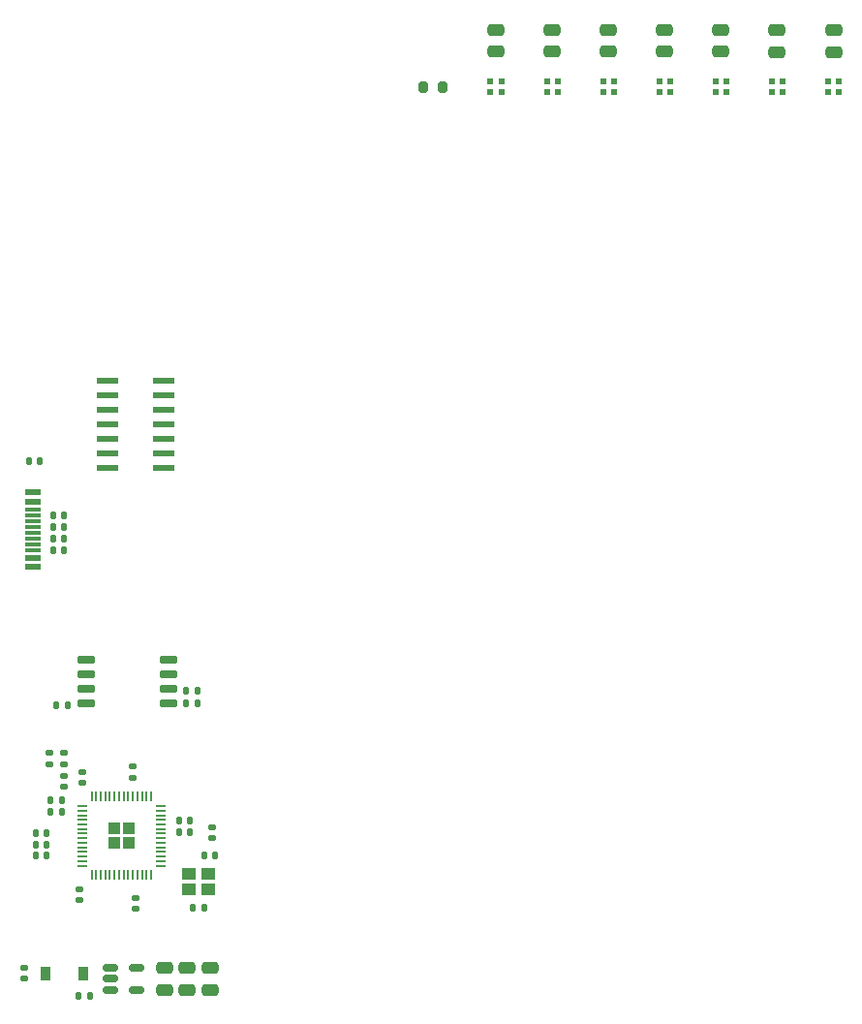
<source format=gtp>
G04 #@! TF.GenerationSoftware,KiCad,Pcbnew,(6.0.4)*
G04 #@! TF.CreationDate,2022-06-01T02:41:54-07:00*
G04 #@! TF.ProjectId,ditto,64697474-6f2e-46b6-9963-61645f706362,rev?*
G04 #@! TF.SameCoordinates,Original*
G04 #@! TF.FileFunction,Paste,Top*
G04 #@! TF.FilePolarity,Positive*
%FSLAX46Y46*%
G04 Gerber Fmt 4.6, Leading zero omitted, Abs format (unit mm)*
G04 Created by KiCad (PCBNEW (6.0.4)) date 2022-06-01 02:41:54*
%MOMM*%
%LPD*%
G01*
G04 APERTURE LIST*
G04 Aperture macros list*
%AMRoundRect*
0 Rectangle with rounded corners*
0 $1 Rounding radius*
0 $2 $3 $4 $5 $6 $7 $8 $9 X,Y pos of 4 corners*
0 Add a 4 corners polygon primitive as box body*
4,1,4,$2,$3,$4,$5,$6,$7,$8,$9,$2,$3,0*
0 Add four circle primitives for the rounded corners*
1,1,$1+$1,$2,$3*
1,1,$1+$1,$4,$5*
1,1,$1+$1,$6,$7*
1,1,$1+$1,$8,$9*
0 Add four rect primitives between the rounded corners*
20,1,$1+$1,$2,$3,$4,$5,0*
20,1,$1+$1,$4,$5,$6,$7,0*
20,1,$1+$1,$6,$7,$8,$9,0*
20,1,$1+$1,$8,$9,$2,$3,0*%
G04 Aperture macros list end*
%ADD10R,1.981200X0.558800*%
%ADD11R,0.900000X1.200000*%
%ADD12RoundRect,0.140000X-0.170000X0.140000X-0.170000X-0.140000X0.170000X-0.140000X0.170000X0.140000X0*%
%ADD13RoundRect,0.140000X0.140000X0.170000X-0.140000X0.170000X-0.140000X-0.170000X0.140000X-0.170000X0*%
%ADD14RoundRect,0.250000X-0.475000X0.250000X-0.475000X-0.250000X0.475000X-0.250000X0.475000X0.250000X0*%
%ADD15RoundRect,0.140000X-0.140000X-0.170000X0.140000X-0.170000X0.140000X0.170000X-0.140000X0.170000X0*%
%ADD16R,0.550000X0.550000*%
%ADD17RoundRect,0.250000X0.475000X-0.250000X0.475000X0.250000X-0.475000X0.250000X-0.475000X-0.250000X0*%
%ADD18RoundRect,0.250000X0.292217X-0.292217X0.292217X0.292217X-0.292217X0.292217X-0.292217X-0.292217X0*%
%ADD19RoundRect,0.050000X0.050000X-0.387500X0.050000X0.387500X-0.050000X0.387500X-0.050000X-0.387500X0*%
%ADD20RoundRect,0.050000X0.387500X-0.050000X0.387500X0.050000X-0.387500X0.050000X-0.387500X-0.050000X0*%
%ADD21RoundRect,0.150000X0.650000X0.150000X-0.650000X0.150000X-0.650000X-0.150000X0.650000X-0.150000X0*%
%ADD22RoundRect,0.140000X0.170000X-0.140000X0.170000X0.140000X-0.170000X0.140000X-0.170000X-0.140000X0*%
%ADD23R,1.150000X1.000000*%
%ADD24RoundRect,0.200000X0.200000X0.275000X-0.200000X0.275000X-0.200000X-0.275000X0.200000X-0.275000X0*%
%ADD25RoundRect,0.150000X-0.512500X-0.150000X0.512500X-0.150000X0.512500X0.150000X-0.512500X0.150000X0*%
%ADD26R,1.450000X0.600000*%
%ADD27R,1.450000X0.300000*%
G04 APERTURE END LIST*
D10*
X120963800Y-159310000D03*
X120963800Y-158040000D03*
X120963800Y-156770000D03*
X120963800Y-155500000D03*
X120963800Y-154230000D03*
X120963800Y-152960000D03*
X120963800Y-151690000D03*
X116036200Y-151690000D03*
X116036200Y-152960000D03*
X116036200Y-154230000D03*
X116036200Y-155500000D03*
X116036200Y-156770000D03*
X116036200Y-158040000D03*
X116036200Y-159310000D03*
D11*
X113900000Y-203500000D03*
X110600000Y-203500000D03*
D12*
X113550000Y-196157500D03*
X113550000Y-197117500D03*
D13*
X112030000Y-188400000D03*
X111070000Y-188400000D03*
X114480000Y-205500000D03*
X113520000Y-205500000D03*
D12*
X112250000Y-186270000D03*
X112250000Y-187230000D03*
D14*
X159833332Y-121050000D03*
X159833332Y-122950000D03*
X125000000Y-203050000D03*
X125000000Y-204950000D03*
D15*
X123520000Y-197750000D03*
X124480000Y-197750000D03*
D16*
X164274998Y-126475000D03*
X165224998Y-126475000D03*
X165224998Y-125525000D03*
X164274998Y-125525000D03*
X179025000Y-126475000D03*
X179975000Y-126475000D03*
X179975000Y-125525000D03*
X179025000Y-125525000D03*
D17*
X121000000Y-204950000D03*
X121000000Y-203050000D03*
D12*
X108750000Y-203020000D03*
X108750000Y-203980000D03*
X112250000Y-184270000D03*
X112250000Y-185230000D03*
D16*
X159358332Y-126475000D03*
X160308332Y-126475000D03*
X160308332Y-125525000D03*
X159358332Y-125525000D03*
D18*
X116612500Y-190862500D03*
X116612500Y-192137500D03*
X117887500Y-190862500D03*
X117887500Y-192137500D03*
D19*
X114650000Y-194937500D03*
X115050000Y-194937500D03*
X115450000Y-194937500D03*
X115850000Y-194937500D03*
X116250000Y-194937500D03*
X116650000Y-194937500D03*
X117050000Y-194937500D03*
X117450000Y-194937500D03*
X117850000Y-194937500D03*
X118250000Y-194937500D03*
X118650000Y-194937500D03*
X119050000Y-194937500D03*
X119450000Y-194937500D03*
X119850000Y-194937500D03*
D20*
X120687500Y-194100000D03*
X120687500Y-193700000D03*
X120687500Y-193300000D03*
X120687500Y-192900000D03*
X120687500Y-192500000D03*
X120687500Y-192100000D03*
X120687500Y-191700000D03*
X120687500Y-191300000D03*
X120687500Y-190900000D03*
X120687500Y-190500000D03*
X120687500Y-190100000D03*
X120687500Y-189700000D03*
X120687500Y-189300000D03*
X120687500Y-188900000D03*
D19*
X119850000Y-188062500D03*
X119450000Y-188062500D03*
X119050000Y-188062500D03*
X118650000Y-188062500D03*
X118250000Y-188062500D03*
X117850000Y-188062500D03*
X117450000Y-188062500D03*
X117050000Y-188062500D03*
X116650000Y-188062500D03*
X116250000Y-188062500D03*
X115850000Y-188062500D03*
X115450000Y-188062500D03*
X115050000Y-188062500D03*
X114650000Y-188062500D03*
D20*
X113812500Y-188900000D03*
X113812500Y-189300000D03*
X113812500Y-189700000D03*
X113812500Y-190100000D03*
X113812500Y-190500000D03*
X113812500Y-190900000D03*
X113812500Y-191300000D03*
X113812500Y-191700000D03*
X113812500Y-192100000D03*
X113812500Y-192500000D03*
X113812500Y-192900000D03*
X113812500Y-193300000D03*
X113812500Y-193700000D03*
X113812500Y-194100000D03*
D15*
X111260000Y-164550000D03*
X112220000Y-164550000D03*
D16*
X169191664Y-126475000D03*
X170141664Y-126475000D03*
X170141664Y-125525000D03*
X169191664Y-125525000D03*
D15*
X124520000Y-193250000D03*
X125480000Y-193250000D03*
D16*
X174108330Y-126475000D03*
X175058330Y-126475000D03*
X175058330Y-125525000D03*
X174108330Y-125525000D03*
D13*
X110730000Y-191237500D03*
X109770000Y-191237500D03*
D15*
X122310000Y-191200000D03*
X123270000Y-191200000D03*
D12*
X118480000Y-196940000D03*
X118480000Y-197900000D03*
D15*
X122940000Y-178850000D03*
X123900000Y-178850000D03*
D21*
X121350000Y-179905000D03*
X121350000Y-178635000D03*
X121350000Y-177365000D03*
X121350000Y-176095000D03*
X114150000Y-176095000D03*
X114150000Y-177365000D03*
X114150000Y-178635000D03*
X114150000Y-179905000D03*
D13*
X123900000Y-179910000D03*
X122940000Y-179910000D03*
D22*
X111000000Y-185230000D03*
X111000000Y-184270000D03*
D16*
X149525000Y-126475000D03*
X150475000Y-126475000D03*
X150475000Y-125525000D03*
X149525000Y-125525000D03*
D13*
X112220000Y-166550000D03*
X111260000Y-166550000D03*
D22*
X113850000Y-186880000D03*
X113850000Y-185920000D03*
D12*
X125200000Y-190720000D03*
X125200000Y-191680000D03*
D23*
X124875000Y-194800000D03*
X123125000Y-194800000D03*
X123125000Y-196200000D03*
X124875000Y-196200000D03*
D14*
X123000000Y-203050000D03*
X123000000Y-204950000D03*
X164750000Y-121050000D03*
X164750000Y-122950000D03*
D16*
X154441666Y-126475000D03*
X155391666Y-126475000D03*
X155391666Y-125525000D03*
X154441666Y-125525000D03*
D24*
X145325000Y-126100000D03*
X143675000Y-126100000D03*
D22*
X118270000Y-186417500D03*
X118270000Y-185457500D03*
D14*
X150000000Y-121050000D03*
X150000000Y-122950000D03*
D13*
X112220000Y-163450000D03*
X111260000Y-163450000D03*
X110730000Y-192237500D03*
X109770000Y-192237500D03*
X112030000Y-189437500D03*
X111070000Y-189437500D03*
D14*
X179500000Y-121100000D03*
X179500000Y-123000000D03*
D13*
X110120000Y-158750000D03*
X109160000Y-158750000D03*
D25*
X116312500Y-203050000D03*
X116312500Y-204000000D03*
X116312500Y-204950000D03*
X118587500Y-204950000D03*
X118587500Y-203050000D03*
D13*
X112530000Y-180100000D03*
X111570000Y-180100000D03*
D14*
X174583330Y-121100000D03*
X174583330Y-123000000D03*
D15*
X122310000Y-190200000D03*
X123270000Y-190200000D03*
D13*
X110730000Y-193237500D03*
X109770000Y-193237500D03*
D14*
X169666664Y-121050000D03*
X169666664Y-122950000D03*
D26*
X109485000Y-161500000D03*
X109485000Y-162300000D03*
D27*
X109485000Y-163500000D03*
X109485000Y-164500000D03*
X109485000Y-165000000D03*
X109485000Y-166000000D03*
D26*
X109485000Y-167200000D03*
X109485000Y-168000000D03*
X109485000Y-168000000D03*
X109485000Y-167200000D03*
D27*
X109485000Y-166500000D03*
X109485000Y-165500000D03*
X109485000Y-164000000D03*
X109485000Y-163000000D03*
D26*
X109485000Y-162300000D03*
X109485000Y-161500000D03*
D15*
X111260000Y-165550000D03*
X112220000Y-165550000D03*
D14*
X154916666Y-121050000D03*
X154916666Y-122950000D03*
M02*

</source>
